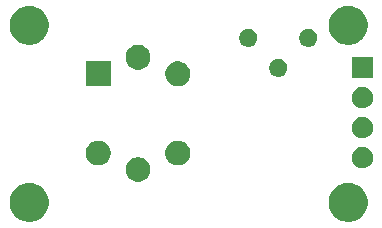
<source format=gbr>
G04 #@! TF.GenerationSoftware,KiCad,Pcbnew,5.1.5-52549c5~86~ubuntu16.04.1*
G04 #@! TF.CreationDate,2020-07-29T15:08:35+05:30*
G04 #@! TF.ProjectId,MQxx Gas Sensor V1.0,4d517878-2047-4617-9320-53656e736f72,V1.0*
G04 #@! TF.SameCoordinates,Original*
G04 #@! TF.FileFunction,Soldermask,Bot*
G04 #@! TF.FilePolarity,Negative*
%FSLAX46Y46*%
G04 Gerber Fmt 4.6, Leading zero omitted, Abs format (unit mm)*
G04 Created by KiCad (PCBNEW 5.1.5-52549c5~86~ubuntu16.04.1) date 2020-07-29 15:08:35*
%MOMM*%
%LPD*%
G04 APERTURE LIST*
%ADD10C,0.100000*%
G04 APERTURE END LIST*
D10*
G36*
X154875256Y-94891298D02*
G01*
X154981579Y-94912447D01*
X155282042Y-95036903D01*
X155552451Y-95217585D01*
X155782415Y-95447549D01*
X155963097Y-95717958D01*
X156087553Y-96018421D01*
X156151000Y-96337391D01*
X156151000Y-96662609D01*
X156087553Y-96981579D01*
X155963097Y-97282042D01*
X155782415Y-97552451D01*
X155552451Y-97782415D01*
X155282042Y-97963097D01*
X154981579Y-98087553D01*
X154875256Y-98108702D01*
X154662611Y-98151000D01*
X154337389Y-98151000D01*
X154124744Y-98108702D01*
X154018421Y-98087553D01*
X153717958Y-97963097D01*
X153447549Y-97782415D01*
X153217585Y-97552451D01*
X153036903Y-97282042D01*
X152912447Y-96981579D01*
X152849000Y-96662609D01*
X152849000Y-96337391D01*
X152912447Y-96018421D01*
X153036903Y-95717958D01*
X153217585Y-95447549D01*
X153447549Y-95217585D01*
X153717958Y-95036903D01*
X154018421Y-94912447D01*
X154124744Y-94891298D01*
X154337389Y-94849000D01*
X154662611Y-94849000D01*
X154875256Y-94891298D01*
G37*
G36*
X127875256Y-94891298D02*
G01*
X127981579Y-94912447D01*
X128282042Y-95036903D01*
X128552451Y-95217585D01*
X128782415Y-95447549D01*
X128963097Y-95717958D01*
X129087553Y-96018421D01*
X129151000Y-96337391D01*
X129151000Y-96662609D01*
X129087553Y-96981579D01*
X128963097Y-97282042D01*
X128782415Y-97552451D01*
X128552451Y-97782415D01*
X128282042Y-97963097D01*
X127981579Y-98087553D01*
X127875256Y-98108702D01*
X127662611Y-98151000D01*
X127337389Y-98151000D01*
X127124744Y-98108702D01*
X127018421Y-98087553D01*
X126717958Y-97963097D01*
X126447549Y-97782415D01*
X126217585Y-97552451D01*
X126036903Y-97282042D01*
X125912447Y-96981579D01*
X125849000Y-96662609D01*
X125849000Y-96337391D01*
X125912447Y-96018421D01*
X126036903Y-95717958D01*
X126217585Y-95447549D01*
X126447549Y-95217585D01*
X126717958Y-95036903D01*
X127018421Y-94912447D01*
X127124744Y-94891298D01*
X127337389Y-94849000D01*
X127662611Y-94849000D01*
X127875256Y-94891298D01*
G37*
G36*
X137016564Y-92697389D02*
G01*
X137207833Y-92776615D01*
X137207835Y-92776616D01*
X137266527Y-92815833D01*
X137379973Y-92891635D01*
X137526365Y-93038027D01*
X137641385Y-93210167D01*
X137720611Y-93401436D01*
X137761000Y-93604484D01*
X137761000Y-93811516D01*
X137720611Y-94014564D01*
X137641385Y-94205833D01*
X137641384Y-94205835D01*
X137526365Y-94377973D01*
X137379973Y-94524365D01*
X137207835Y-94639384D01*
X137207834Y-94639385D01*
X137207833Y-94639385D01*
X137016564Y-94718611D01*
X136813516Y-94759000D01*
X136606484Y-94759000D01*
X136403436Y-94718611D01*
X136212167Y-94639385D01*
X136212166Y-94639385D01*
X136212165Y-94639384D01*
X136040027Y-94524365D01*
X135893635Y-94377973D01*
X135778616Y-94205835D01*
X135778615Y-94205833D01*
X135699389Y-94014564D01*
X135659000Y-93811516D01*
X135659000Y-93604484D01*
X135699389Y-93401436D01*
X135778615Y-93210167D01*
X135893635Y-93038027D01*
X136040027Y-92891635D01*
X136153473Y-92815833D01*
X136212165Y-92776616D01*
X136212167Y-92776615D01*
X136403436Y-92697389D01*
X136606484Y-92657000D01*
X136813516Y-92657000D01*
X137016564Y-92697389D01*
G37*
G36*
X155815512Y-91813927D02*
G01*
X155964812Y-91843624D01*
X156128784Y-91911544D01*
X156276354Y-92010147D01*
X156401853Y-92135646D01*
X156500456Y-92283216D01*
X156568376Y-92447188D01*
X156603000Y-92621259D01*
X156603000Y-92798741D01*
X156568376Y-92972812D01*
X156500456Y-93136784D01*
X156401853Y-93284354D01*
X156276354Y-93409853D01*
X156128784Y-93508456D01*
X155964812Y-93576376D01*
X155823500Y-93604484D01*
X155790742Y-93611000D01*
X155613258Y-93611000D01*
X155580500Y-93604484D01*
X155439188Y-93576376D01*
X155275216Y-93508456D01*
X155127646Y-93409853D01*
X155002147Y-93284354D01*
X154903544Y-93136784D01*
X154835624Y-92972812D01*
X154801000Y-92798741D01*
X154801000Y-92621259D01*
X154835624Y-92447188D01*
X154903544Y-92283216D01*
X155002147Y-92135646D01*
X155127646Y-92010147D01*
X155275216Y-91911544D01*
X155439188Y-91843624D01*
X155588488Y-91813927D01*
X155613258Y-91809000D01*
X155790742Y-91809000D01*
X155815512Y-91813927D01*
G37*
G36*
X133656564Y-91307389D02*
G01*
X133847833Y-91386615D01*
X133847835Y-91386616D01*
X134019973Y-91501635D01*
X134166365Y-91648027D01*
X134273924Y-91809000D01*
X134281385Y-91820167D01*
X134360611Y-92011436D01*
X134401000Y-92214484D01*
X134401000Y-92421516D01*
X134360611Y-92624564D01*
X134297629Y-92776616D01*
X134281384Y-92815835D01*
X134166365Y-92987973D01*
X134019973Y-93134365D01*
X133847835Y-93249384D01*
X133847834Y-93249385D01*
X133847833Y-93249385D01*
X133656564Y-93328611D01*
X133453516Y-93369000D01*
X133246484Y-93369000D01*
X133043436Y-93328611D01*
X132852167Y-93249385D01*
X132852166Y-93249385D01*
X132852165Y-93249384D01*
X132680027Y-93134365D01*
X132533635Y-92987973D01*
X132418616Y-92815835D01*
X132402371Y-92776616D01*
X132339389Y-92624564D01*
X132299000Y-92421516D01*
X132299000Y-92214484D01*
X132339389Y-92011436D01*
X132418615Y-91820167D01*
X132426077Y-91809000D01*
X132533635Y-91648027D01*
X132680027Y-91501635D01*
X132852165Y-91386616D01*
X132852167Y-91386615D01*
X133043436Y-91307389D01*
X133246484Y-91267000D01*
X133453516Y-91267000D01*
X133656564Y-91307389D01*
G37*
G36*
X140376564Y-91307389D02*
G01*
X140567833Y-91386615D01*
X140567835Y-91386616D01*
X140739973Y-91501635D01*
X140886365Y-91648027D01*
X140993924Y-91809000D01*
X141001385Y-91820167D01*
X141080611Y-92011436D01*
X141121000Y-92214484D01*
X141121000Y-92421516D01*
X141080611Y-92624564D01*
X141017629Y-92776616D01*
X141001384Y-92815835D01*
X140886365Y-92987973D01*
X140739973Y-93134365D01*
X140567835Y-93249384D01*
X140567834Y-93249385D01*
X140567833Y-93249385D01*
X140376564Y-93328611D01*
X140173516Y-93369000D01*
X139966484Y-93369000D01*
X139763436Y-93328611D01*
X139572167Y-93249385D01*
X139572166Y-93249385D01*
X139572165Y-93249384D01*
X139400027Y-93134365D01*
X139253635Y-92987973D01*
X139138616Y-92815835D01*
X139122371Y-92776616D01*
X139059389Y-92624564D01*
X139019000Y-92421516D01*
X139019000Y-92214484D01*
X139059389Y-92011436D01*
X139138615Y-91820167D01*
X139146077Y-91809000D01*
X139253635Y-91648027D01*
X139400027Y-91501635D01*
X139572165Y-91386616D01*
X139572167Y-91386615D01*
X139763436Y-91307389D01*
X139966484Y-91267000D01*
X140173516Y-91267000D01*
X140376564Y-91307389D01*
G37*
G36*
X155815512Y-89273927D02*
G01*
X155964812Y-89303624D01*
X156128784Y-89371544D01*
X156276354Y-89470147D01*
X156401853Y-89595646D01*
X156500456Y-89743216D01*
X156568376Y-89907188D01*
X156603000Y-90081259D01*
X156603000Y-90258741D01*
X156568376Y-90432812D01*
X156500456Y-90596784D01*
X156401853Y-90744354D01*
X156276354Y-90869853D01*
X156128784Y-90968456D01*
X155964812Y-91036376D01*
X155815512Y-91066073D01*
X155790742Y-91071000D01*
X155613258Y-91071000D01*
X155588488Y-91066073D01*
X155439188Y-91036376D01*
X155275216Y-90968456D01*
X155127646Y-90869853D01*
X155002147Y-90744354D01*
X154903544Y-90596784D01*
X154835624Y-90432812D01*
X154801000Y-90258741D01*
X154801000Y-90081259D01*
X154835624Y-89907188D01*
X154903544Y-89743216D01*
X155002147Y-89595646D01*
X155127646Y-89470147D01*
X155275216Y-89371544D01*
X155439188Y-89303624D01*
X155588488Y-89273927D01*
X155613258Y-89269000D01*
X155790742Y-89269000D01*
X155815512Y-89273927D01*
G37*
G36*
X155815512Y-86733927D02*
G01*
X155964812Y-86763624D01*
X156128784Y-86831544D01*
X156276354Y-86930147D01*
X156401853Y-87055646D01*
X156500456Y-87203216D01*
X156568376Y-87367188D01*
X156603000Y-87541259D01*
X156603000Y-87718741D01*
X156568376Y-87892812D01*
X156500456Y-88056784D01*
X156401853Y-88204354D01*
X156276354Y-88329853D01*
X156128784Y-88428456D01*
X155964812Y-88496376D01*
X155815512Y-88526073D01*
X155790742Y-88531000D01*
X155613258Y-88531000D01*
X155588488Y-88526073D01*
X155439188Y-88496376D01*
X155275216Y-88428456D01*
X155127646Y-88329853D01*
X155002147Y-88204354D01*
X154903544Y-88056784D01*
X154835624Y-87892812D01*
X154801000Y-87718741D01*
X154801000Y-87541259D01*
X154835624Y-87367188D01*
X154903544Y-87203216D01*
X155002147Y-87055646D01*
X155127646Y-86930147D01*
X155275216Y-86831544D01*
X155439188Y-86763624D01*
X155588488Y-86733927D01*
X155613258Y-86729000D01*
X155790742Y-86729000D01*
X155815512Y-86733927D01*
G37*
G36*
X134401000Y-86649000D02*
G01*
X132299000Y-86649000D01*
X132299000Y-84547000D01*
X134401000Y-84547000D01*
X134401000Y-86649000D01*
G37*
G36*
X140376564Y-84587389D02*
G01*
X140567833Y-84666615D01*
X140567835Y-84666616D01*
X140626527Y-84705833D01*
X140739973Y-84781635D01*
X140886365Y-84928027D01*
X141001385Y-85100167D01*
X141080611Y-85291436D01*
X141121000Y-85494484D01*
X141121000Y-85701516D01*
X141080611Y-85904564D01*
X141044808Y-85991000D01*
X141001384Y-86095835D01*
X140886365Y-86267973D01*
X140739973Y-86414365D01*
X140567835Y-86529384D01*
X140567834Y-86529385D01*
X140567833Y-86529385D01*
X140376564Y-86608611D01*
X140173516Y-86649000D01*
X139966484Y-86649000D01*
X139763436Y-86608611D01*
X139572167Y-86529385D01*
X139572166Y-86529385D01*
X139572165Y-86529384D01*
X139400027Y-86414365D01*
X139253635Y-86267973D01*
X139138616Y-86095835D01*
X139095192Y-85991000D01*
X139059389Y-85904564D01*
X139019000Y-85701516D01*
X139019000Y-85494484D01*
X139059389Y-85291436D01*
X139138615Y-85100167D01*
X139253635Y-84928027D01*
X139400027Y-84781635D01*
X139513473Y-84705833D01*
X139572165Y-84666616D01*
X139572167Y-84666615D01*
X139763436Y-84587389D01*
X139966484Y-84547000D01*
X140173516Y-84547000D01*
X140376564Y-84587389D01*
G37*
G36*
X156603000Y-85991000D02*
G01*
X154801000Y-85991000D01*
X154801000Y-84189000D01*
X156603000Y-84189000D01*
X156603000Y-85991000D01*
G37*
G36*
X148715589Y-84328876D02*
G01*
X148814893Y-84348629D01*
X148955206Y-84406748D01*
X149081484Y-84491125D01*
X149188875Y-84598516D01*
X149273252Y-84724794D01*
X149331371Y-84865107D01*
X149361000Y-85014063D01*
X149361000Y-85165937D01*
X149331371Y-85314893D01*
X149273252Y-85455206D01*
X149188875Y-85581484D01*
X149081484Y-85688875D01*
X148955206Y-85773252D01*
X148814893Y-85831371D01*
X148715589Y-85851124D01*
X148665938Y-85861000D01*
X148514062Y-85861000D01*
X148464411Y-85851124D01*
X148365107Y-85831371D01*
X148224794Y-85773252D01*
X148098516Y-85688875D01*
X147991125Y-85581484D01*
X147906748Y-85455206D01*
X147848629Y-85314893D01*
X147819000Y-85165937D01*
X147819000Y-85014063D01*
X147848629Y-84865107D01*
X147906748Y-84724794D01*
X147991125Y-84598516D01*
X148098516Y-84491125D01*
X148224794Y-84406748D01*
X148365107Y-84348629D01*
X148464411Y-84328876D01*
X148514062Y-84319000D01*
X148665938Y-84319000D01*
X148715589Y-84328876D01*
G37*
G36*
X137016564Y-83197389D02*
G01*
X137207833Y-83276615D01*
X137207835Y-83276616D01*
X137229917Y-83291371D01*
X137379973Y-83391635D01*
X137526365Y-83538027D01*
X137641385Y-83710167D01*
X137720611Y-83901436D01*
X137761000Y-84104484D01*
X137761000Y-84311516D01*
X137720611Y-84514564D01*
X137657629Y-84666616D01*
X137641384Y-84705835D01*
X137526365Y-84877973D01*
X137379973Y-85024365D01*
X137207835Y-85139384D01*
X137207834Y-85139385D01*
X137207833Y-85139385D01*
X137016564Y-85218611D01*
X136813516Y-85259000D01*
X136606484Y-85259000D01*
X136403436Y-85218611D01*
X136212167Y-85139385D01*
X136212166Y-85139385D01*
X136212165Y-85139384D01*
X136040027Y-85024365D01*
X135893635Y-84877973D01*
X135778616Y-84705835D01*
X135762371Y-84666616D01*
X135699389Y-84514564D01*
X135659000Y-84311516D01*
X135659000Y-84104484D01*
X135699389Y-83901436D01*
X135778615Y-83710167D01*
X135893635Y-83538027D01*
X136040027Y-83391635D01*
X136190083Y-83291371D01*
X136212165Y-83276616D01*
X136212167Y-83276615D01*
X136403436Y-83197389D01*
X136606484Y-83157000D01*
X136813516Y-83157000D01*
X137016564Y-83197389D01*
G37*
G36*
X146175589Y-81788876D02*
G01*
X146274893Y-81808629D01*
X146415206Y-81866748D01*
X146541484Y-81951125D01*
X146648875Y-82058516D01*
X146733252Y-82184794D01*
X146791371Y-82325107D01*
X146821000Y-82474063D01*
X146821000Y-82625937D01*
X146791371Y-82774893D01*
X146733252Y-82915206D01*
X146648875Y-83041484D01*
X146541484Y-83148875D01*
X146415206Y-83233252D01*
X146274893Y-83291371D01*
X146175589Y-83311124D01*
X146125938Y-83321000D01*
X145974062Y-83321000D01*
X145924411Y-83311124D01*
X145825107Y-83291371D01*
X145684794Y-83233252D01*
X145558516Y-83148875D01*
X145451125Y-83041484D01*
X145366748Y-82915206D01*
X145308629Y-82774893D01*
X145279000Y-82625937D01*
X145279000Y-82474063D01*
X145308629Y-82325107D01*
X145366748Y-82184794D01*
X145451125Y-82058516D01*
X145558516Y-81951125D01*
X145684794Y-81866748D01*
X145825107Y-81808629D01*
X145924411Y-81788876D01*
X145974062Y-81779000D01*
X146125938Y-81779000D01*
X146175589Y-81788876D01*
G37*
G36*
X151255589Y-81788876D02*
G01*
X151354893Y-81808629D01*
X151495206Y-81866748D01*
X151621484Y-81951125D01*
X151728875Y-82058516D01*
X151813252Y-82184794D01*
X151871371Y-82325107D01*
X151901000Y-82474063D01*
X151901000Y-82625937D01*
X151871371Y-82774893D01*
X151813252Y-82915206D01*
X151728875Y-83041484D01*
X151621484Y-83148875D01*
X151495206Y-83233252D01*
X151354893Y-83291371D01*
X151255589Y-83311124D01*
X151205938Y-83321000D01*
X151054062Y-83321000D01*
X151004411Y-83311124D01*
X150905107Y-83291371D01*
X150764794Y-83233252D01*
X150638516Y-83148875D01*
X150531125Y-83041484D01*
X150446748Y-82915206D01*
X150388629Y-82774893D01*
X150359000Y-82625937D01*
X150359000Y-82474063D01*
X150388629Y-82325107D01*
X150446748Y-82184794D01*
X150531125Y-82058516D01*
X150638516Y-81951125D01*
X150764794Y-81866748D01*
X150905107Y-81808629D01*
X151004411Y-81788876D01*
X151054062Y-81779000D01*
X151205938Y-81779000D01*
X151255589Y-81788876D01*
G37*
G36*
X127875256Y-79891298D02*
G01*
X127981579Y-79912447D01*
X128282042Y-80036903D01*
X128552451Y-80217585D01*
X128782415Y-80447549D01*
X128782416Y-80447551D01*
X128963098Y-80717960D01*
X129087553Y-81018422D01*
X129151000Y-81337389D01*
X129151000Y-81662611D01*
X129121955Y-81808629D01*
X129087553Y-81981579D01*
X128963097Y-82282042D01*
X128782415Y-82552451D01*
X128552451Y-82782415D01*
X128282042Y-82963097D01*
X127981579Y-83087553D01*
X127875256Y-83108702D01*
X127662611Y-83151000D01*
X127337389Y-83151000D01*
X127124744Y-83108702D01*
X127018421Y-83087553D01*
X126717958Y-82963097D01*
X126447549Y-82782415D01*
X126217585Y-82552451D01*
X126036903Y-82282042D01*
X125912447Y-81981579D01*
X125878045Y-81808629D01*
X125849000Y-81662611D01*
X125849000Y-81337389D01*
X125912447Y-81018422D01*
X126036902Y-80717960D01*
X126217584Y-80447551D01*
X126217585Y-80447549D01*
X126447549Y-80217585D01*
X126717958Y-80036903D01*
X127018421Y-79912447D01*
X127124744Y-79891298D01*
X127337389Y-79849000D01*
X127662611Y-79849000D01*
X127875256Y-79891298D01*
G37*
G36*
X154875256Y-79891298D02*
G01*
X154981579Y-79912447D01*
X155282042Y-80036903D01*
X155552451Y-80217585D01*
X155782415Y-80447549D01*
X155782416Y-80447551D01*
X155963098Y-80717960D01*
X156087553Y-81018422D01*
X156151000Y-81337389D01*
X156151000Y-81662611D01*
X156121955Y-81808629D01*
X156087553Y-81981579D01*
X155963097Y-82282042D01*
X155782415Y-82552451D01*
X155552451Y-82782415D01*
X155282042Y-82963097D01*
X154981579Y-83087553D01*
X154875256Y-83108702D01*
X154662611Y-83151000D01*
X154337389Y-83151000D01*
X154124744Y-83108702D01*
X154018421Y-83087553D01*
X153717958Y-82963097D01*
X153447549Y-82782415D01*
X153217585Y-82552451D01*
X153036903Y-82282042D01*
X152912447Y-81981579D01*
X152878045Y-81808629D01*
X152849000Y-81662611D01*
X152849000Y-81337389D01*
X152912447Y-81018422D01*
X153036902Y-80717960D01*
X153217584Y-80447551D01*
X153217585Y-80447549D01*
X153447549Y-80217585D01*
X153717958Y-80036903D01*
X154018421Y-79912447D01*
X154124744Y-79891298D01*
X154337389Y-79849000D01*
X154662611Y-79849000D01*
X154875256Y-79891298D01*
G37*
M02*

</source>
